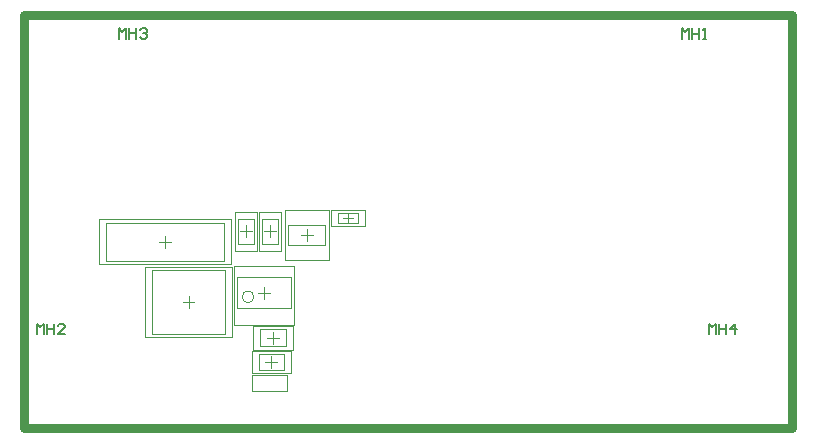
<source format=gm1>
G04*
G04 #@! TF.GenerationSoftware,Altium Limited,Altium Designer,18.1.11 (251)*
G04*
G04 Layer_Color=16711935*
%FSLAX25Y25*%
%MOIN*%
G70*
G01*
G75*
%ADD12C,0.00197*%
%ADD13C,0.00650*%
%ADD14C,0.03000*%
%ADD15C,0.00394*%
D12*
X90039Y34157D02*
Y53843D01*
X69961Y34157D02*
Y53843D01*
X90039D01*
X69961Y34157D02*
X90039D01*
X86976Y56047D02*
Y72583D01*
X101543Y56047D02*
Y72583D01*
X86976Y56047D02*
X101543D01*
X86976Y72583D02*
X101543D01*
X75961Y18260D02*
Y25740D01*
X88953Y18260D02*
Y25740D01*
X75961D02*
X88953D01*
X75961Y18260D02*
X88953D01*
X102291Y67244D02*
X113709D01*
X102291Y72756D02*
X113709D01*
Y67244D02*
Y72756D01*
X102291Y67244D02*
Y72756D01*
X76339Y17559D02*
X87559D01*
X76142Y12441D02*
Y17559D01*
X76339Y12441D02*
X87559D01*
Y17559D01*
X24953Y54520D02*
Y69480D01*
X69047Y54520D02*
Y69480D01*
X24953D02*
X69047D01*
X24953Y54520D02*
X69047D01*
X40492Y30386D02*
Y53614D01*
X69232Y30386D02*
Y53614D01*
X40492D02*
X69232D01*
X40492Y30386D02*
X69232D01*
X76307Y26063D02*
Y33937D01*
X89693Y26063D02*
Y33937D01*
X76307D02*
X89693D01*
X76307Y26063D02*
X89693D01*
X70260Y72039D02*
X77740D01*
X70260Y59047D02*
X77740D01*
Y72039D01*
X70260Y59047D02*
Y72039D01*
X78260Y59047D02*
X85740D01*
X78260Y72039D02*
X85740D01*
X78260Y59047D02*
Y72039D01*
X85740Y59047D02*
Y72039D01*
D13*
X228200Y31200D02*
Y34699D01*
X229366Y33533D01*
X230533Y34699D01*
Y31200D01*
X231699Y34699D02*
Y31200D01*
Y32949D01*
X234031D01*
Y34699D01*
Y31200D01*
X236947D02*
Y34699D01*
X235198Y32949D01*
X237530D01*
X31650Y129750D02*
Y133249D01*
X32816Y132083D01*
X33983Y133249D01*
Y129750D01*
X35149Y133249D02*
Y129750D01*
Y131499D01*
X37481D01*
Y133249D01*
Y129750D01*
X38648Y132666D02*
X39231Y133249D01*
X40397D01*
X40980Y132666D01*
Y132083D01*
X40397Y131499D01*
X39814D01*
X40397D01*
X40980Y130916D01*
Y130333D01*
X40397Y129750D01*
X39231D01*
X38648Y130333D01*
X4200Y31200D02*
Y34699D01*
X5366Y33533D01*
X6533Y34699D01*
Y31200D01*
X7699Y34699D02*
Y31200D01*
Y32949D01*
X10031D01*
Y34699D01*
Y31200D01*
X13530D02*
X11198D01*
X13530Y33533D01*
Y34116D01*
X12947Y34699D01*
X11781D01*
X11198Y34116D01*
X219350Y129650D02*
Y133149D01*
X220516Y131983D01*
X221683Y133149D01*
Y129650D01*
X222849Y133149D02*
Y129650D01*
Y131399D01*
X225181D01*
Y133149D01*
Y129650D01*
X226348D02*
X227514D01*
X226931D01*
Y133149D01*
X226348Y132566D01*
D14*
X0Y0D02*
X255906D01*
Y137795D01*
X0D02*
X255906D01*
X0Y0D02*
Y137795D01*
D15*
X76653Y43695D02*
G03*
X76653Y43695I-1969J0D01*
G01*
X89055Y39955D02*
Y50191D01*
X70945Y39955D02*
Y50191D01*
X89055D01*
X70945Y39955D02*
X89055D01*
X88059Y61067D02*
Y67563D01*
X100461Y61067D02*
Y67563D01*
X88059Y61067D02*
X100461D01*
X88059Y67563D02*
X100461D01*
X78323Y19342D02*
Y24657D01*
X86591Y19342D02*
Y24657D01*
X78323D02*
X86591D01*
X78323Y19342D02*
X86591D01*
X104654Y68228D02*
X111346D01*
X104654Y71772D02*
X111346D01*
Y68228D02*
Y71772D01*
X104654Y68228D02*
Y71772D01*
X27315Y55701D02*
Y68299D01*
X66685Y55701D02*
Y68299D01*
X27315D02*
X66685D01*
X27315Y55701D02*
X66685D01*
X42854Y31370D02*
Y52630D01*
X66870Y31370D02*
Y52630D01*
X42854D02*
X66870D01*
X42854Y31370D02*
X66870D01*
X78669Y27146D02*
Y32854D01*
X87331Y27146D02*
Y32854D01*
X78669D02*
X87331D01*
X78669Y27146D02*
X87331D01*
X71342Y69677D02*
X76657D01*
X71342Y61409D02*
X76657D01*
Y69677D01*
X71342Y61409D02*
Y69677D01*
X79343Y61409D02*
X84658D01*
X79343Y69677D02*
X84658D01*
X79343Y61409D02*
Y69677D01*
X84658Y61409D02*
Y69677D01*
X78031Y45073D02*
X81968D01*
X80000Y43104D02*
Y47041D01*
X92291Y64315D02*
X96228D01*
X94260Y62347D02*
Y66284D01*
X80488Y22000D02*
X84425D01*
X82457Y20031D02*
Y23968D01*
X108000Y68228D02*
Y71772D01*
X106228Y70000D02*
X109772D01*
X45031Y62000D02*
X48968D01*
X47000Y60031D02*
Y63968D01*
X52894Y42000D02*
X56831D01*
X54862Y40031D02*
Y43968D01*
X81032Y30000D02*
X84969D01*
X83000Y28032D02*
Y31969D01*
X74000Y63575D02*
Y67512D01*
X72031Y65543D02*
X75968D01*
X82000Y63575D02*
Y67512D01*
X80032Y65543D02*
X83969D01*
M02*

</source>
